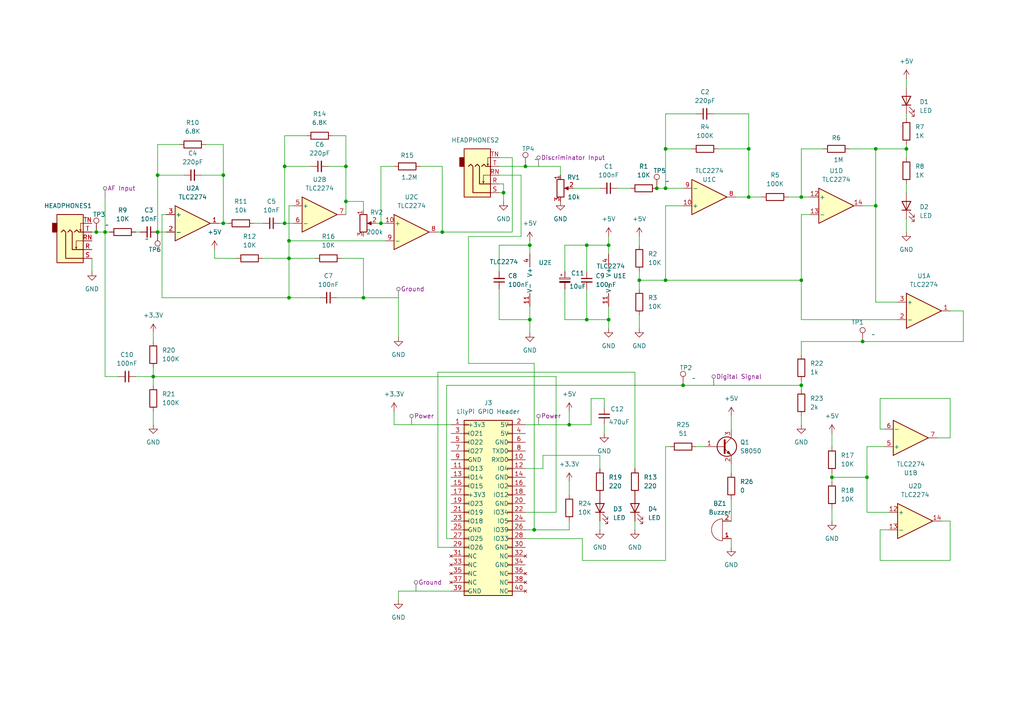
<source format=kicad_sch>
(kicad_sch (version 20250114) (generator "eeschema") (generator_version "9.0")
  (paper "A4")
  (title_block (title "SarsatJRX signal board") (date "2025-05-23") (rev "v1.0") (company "F4JRX - ADRASEC 31") (comment 1 "Based on the work of Jean-Paul YONNET (F1LVT) : https://f1lvt.com/") (comment 2 "SIgnal board for SarsatJRX decoder by F4JRX"))
  (lib_symbols
    (symbol "Amplifier_Operational:TLC2274" (pin_names (offset 0.127))
      (property "Reference" "U" (at 0 5.08 0))
      (property "Value" "TLC2274" (at 0 -5.08 0))
      (symbol "TLC2274_1_1"
        (polyline (pts (xy -5.08 5.08) (xy 5.08 0) (xy -5.08 -5.08) (xy -5.08 5.08)) (stroke (width 0.254)) (fill (type background)))
        (pin input line (at -7.62 2.54 0) (length 2.54) (name "+") (number "3"))
        (pin input line (at -7.62 -2.54 0) (length 2.54) (name "-") (number "2"))
        (pin output line (at 7.62 0 180) (length 2.54) (name "~") (number "1"))
      )
      (symbol "TLC2274_2_1"
        (polyline (pts (xy -5.08 5.08) (xy 5.08 0) (xy -5.08 -5.08) (xy -5.08 5.08)) (stroke (width 0.254)) (fill (type background)))
        (pin input line (at -7.62 2.54 0) (length 2.54) (name "+") (number "5"))
        (pin input line (at -7.62 -2.54 0) (length 2.54) (name "-") (number "6"))
        (pin output line (at 7.62 0 180) (length 2.54) (name "~") (number "7"))
      )
      (symbol "TLC2274_3_1"
        (polyline (pts (xy -5.08 5.08) (xy 5.08 0) (xy -5.08 -5.08) (xy -5.08 5.08)) (stroke (width 0.254)) (fill (type background)))
        (pin input line (at -7.62 2.54 0) (length 2.54) (name "+") (number "10"))
        (pin input line (at -7.62 -2.54 0) (length 2.54) (name "-") (number "9"))
        (pin output line (at 7.62 0 180) (length 2.54) (name "~") (number "8"))
      )
      (symbol "TLC2274_4_1"
        (polyline (pts (xy -5.08 5.08) (xy 5.08 0) (xy -5.08 -5.08) (xy -5.08 5.08)) (stroke (width 0.254)) (fill (type background)))
        (pin input line (at -7.62 2.54 0) (length 2.54) (name "+") (number "12"))
        (pin input line (at -7.62 -2.54 0) (length 2.54) (name "-") (number "13"))
        (pin output line (at 7.62 0 180) (length 2.54) (name "~") (number "14"))
      )
      (symbol "TLC2274_5_1"
        (pin power_in line (at -2.54 7.62 270) (length 3.81) (name "V+") (number "4"))
        (pin power_in line (at -2.54 -7.62 90) (length 3.81) (name "V-") (number "11"))
      )
    )
    (symbol "Connector:AudioJack3_SwitchTR"
      (property "Reference" "J" (at 0 8.89 0))
      (property "Value" "AudioJack3_SwitchTR" (at 0 6.35 0))
      (symbol "AudioJack3_SwitchTR_0_1"
        (rectangle (start -5.08 -5.08) (end -6.35 -7.62) (stroke (width 0.254)) (fill (type outline)))
        (polyline (pts (xy -1.905 -5.08) (xy -1.27 -5.715) (xy -0.635 -5.08) (xy -0.635 0) (xy 2.54 0)) (stroke (width 0.254)))
        (polyline (pts (xy 0 -5.08) (xy 0.635 -5.715) (xy 1.27 -5.08) (xy 2.54 -5.08)) (stroke (width 0.254)))
        (polyline (pts (xy 0.508 -0.254) (xy 0.762 -0.762)))
        (polyline (pts (xy 1.778 -5.334) (xy 2.032 -5.842)))
        (rectangle (start 2.54 3.81) (end -5.08 -10.16) (stroke (width 0.254)) (fill (type background)))
        (polyline (pts (xy 2.54 2.54) (xy -2.54 2.54) (xy -2.54 -5.08) (xy -3.175 -5.715) (xy -3.81 -5.08)) (stroke (width 0.254)))
        (polyline (pts (xy 2.54 -2.54) (xy 0.508 -2.54) (xy 0.508 -0.254) (xy 0.254 -0.762)))
        (polyline (pts (xy 2.54 -7.62) (xy 1.778 -7.62) (xy 1.778 -5.334) (xy 1.524 -5.842)))
      )
      (symbol "AudioJack3_SwitchTR_1_1"
        (pin passive line (at 5.08 2.54 180) (length 2.54) (name "~") (number "S"))
        (pin passive line (at 5.08 0 180) (length 2.54) (name "~") (number "R"))
        (pin passive line (at 5.08 -2.54 180) (length 2.54) (name "~") (number "RN"))
        (pin passive line (at 5.08 -5.08 180) (length 2.54) (name "~") (number "T"))
        (pin passive line (at 5.08 -7.62 180) (length 2.54) (name "~") (number "TN"))
      )
    )
    (symbol "Connector:TestPoint" (pin_numbers (hide yes)) (pin_names (offset 0.762) (hide yes))
      (property "Reference" "TP" (at 0 6.858 0))
      (property "Value" "TestPoint" (at 0 5.08 0))
      (symbol "TestPoint_0_1"
        (circle (center 0 3.302) (radius 0.762))
      )
      (symbol "TestPoint_1_1"
        (pin passive line (at 0 0 90) (length 2.54) (name "1") (number "1"))
      )
    )
    (symbol "Device:Buzzer" (pin_names (offset 0.0254) (hide yes))
      (property "Reference" "BZ" (at 3.81 1.27 0))
      (property "Value" "Buzzer" (at 3.81 -1.27 0))
      (symbol "Buzzer_0_1"
        (polyline (pts (xy -1.651 1.905) (xy -1.143 1.905)))
        (polyline (pts (xy -1.397 2.159) (xy -1.397 1.651)))
        (arc (start 0 3.175) (mid 3.1612 0) (end 0 -3.175))
        (polyline (pts (xy 0 3.175) (xy 0 -3.175)))
      )
      (symbol "Buzzer_1_1"
        (pin passive line (at -2.54 2.54 0) (length 2.54) (name "+") (number "1"))
        (pin passive line (at -2.54 -2.54 0) (length 2.54) (name "-") (number "2"))
      )
    )
    (symbol "Device:C_Polarized_Small" (pin_numbers (hide yes)) (pin_names (offset 0.254) (hide yes))
      (property "Reference" "C" (at 0.254 1.778 0))
      (property "Value" "C_Polarized_Small" (at 0.254 -2.032 0))
      (symbol "C_Polarized_Small_0_1"
        (rectangle (start -1.524 0.6858) (end 1.524 0.3048))
        (rectangle (start -1.524 -0.3048) (end 1.524 -0.6858) (fill (type outline)))
        (polyline (pts (xy -1.27 1.524) (xy -0.762 1.524)))
        (polyline (pts (xy -1.016 1.27) (xy -1.016 1.778)))
      )
      (symbol "C_Polarized_Small_1_1"
        (pin passive line (at 0 2.54 270) (length 1.8542) (name "~") (number "1"))
        (pin passive line (at 0 -2.54 90) (length 1.8542) (name "~") (number "2"))
      )
    )
    (symbol "Device:C_Small" (pin_numbers (hide yes)) (pin_names (offset 0.254) (hide yes))
      (property "Reference" "C" (at 0.254 1.778 0))
      (property "Value" "C_Small" (at 0.254 -2.032 0))
      (symbol "C_Small_0_1"
        (polyline (pts (xy -1.524 0.508) (xy 1.524 0.508)) (stroke (width 0.3048)))
        (polyline (pts (xy -1.524 -0.508) (xy 1.524 -0.508)) (stroke (width 0.3302)))
      )
      (symbol "C_Small_1_1"
        (pin passive line (at 0 2.54 270) (length 2.032) (name "~") (number "1"))
        (pin passive line (at 0 -2.54 90) (length 2.032) (name "~") (number "2"))
      )
    )
    (symbol "Device:LED" (pin_numbers (hide yes)) (pin_names (offset 1.016) (hide yes))
      (property "Reference" "D" (at 0 2.54 0))
      (property "Value" "LED" (at 0 -2.54 0))
      (symbol "LED_0_1"
        (polyline (pts (xy -3.048 -0.762) (xy -4.572 -2.286) (xy -3.81 -2.286) (xy -4.572 -2.286) (xy -4.572 -1.524)))
        (polyline (pts (xy -1.778 -0.762) (xy -3.302 -2.286) (xy -2.54 -2.286) (xy -3.302 -2.286) (xy -3.302 -1.524)))
        (polyline (pts (xy -1.27 0) (xy 1.27 0)))
        (polyline (pts (xy -1.27 -1.27) (xy -1.27 1.27)) (stroke (width 0.254)))
        (polyline (pts (xy 1.27 -1.27) (xy 1.27 1.27) (xy -1.27 0) (xy 1.27 -1.27)) (stroke (width 0.254)))
      )
      (symbol "LED_1_1"
        (pin passive line (at -3.81 0 0) (length 2.54) (name "K") (number "1"))
        (pin passive line (at 3.81 0 180) (length 2.54) (name "A") (number "2"))
      )
    )
    (symbol "Device:R" (pin_numbers (hide yes)) (pin_names (offset 0))
      (property "Reference" "R" (at 2.032 0 90))
      (property "Value" "R" (at 0 0 90))
      (symbol "R_0_1"
        (rectangle (start -1.016 -2.54) (end 1.016 2.54) (stroke (width 0.254)))
      )
      (symbol "R_1_1"
        (pin passive line (at 0 3.81 270) (length 1.27) (name "~") (number "1"))
        (pin passive line (at 0 -3.81 90) (length 1.27) (name "~") (number "2"))
      )
    )
    (symbol "Device:R_Potentiometer" (pin_names (offset 1.016) (hide yes))
      (property "Reference" "RV" (at -4.445 0 90))
      (property "Value" "R_Potentiometer" (at -2.54 0 90))
      (symbol "R_Potentiometer_0_1"
        (rectangle (start 1.016 2.54) (end -1.016 -2.54) (stroke (width 0.254)))
        (polyline (pts (xy 1.143 0) (xy 2.286 0.508) (xy 2.286 -0.508) (xy 1.143 0)) (fill (type outline)))
        (polyline (pts (xy 2.54 0) (xy 1.524 0)))
      )
      (symbol "R_Potentiometer_1_1"
        (pin passive line (at 0 3.81 270) (length 1.27) (name "1") (number "1"))
        (pin passive line (at 0 -3.81 90) (length 1.27) (name "3") (number "3"))
        (pin passive line (at 3.81 0 180) (length 1.27) (name "2") (number "2"))
      )
    )
    (symbol "LilyPiGpioHeader:LilyPi_GPIO_Header" (pin_names (offset 1.016))
      (property "Reference" "J" (at 1.27 25.4 0))
      (property "Value" "LilyPi GPIO Header" (at 5.08 -27.94 0))
      (symbol "LilyPi_GPIO_Header_1_1"
        (rectangle (start -1.27 24.13) (end 12.7 -26.67) (stroke (width 0.254)) (fill (type background)))
        (rectangle (start -1.27 22.987) (end 0 22.733) (stroke (width 0.1524)))
        (rectangle (start -1.27 20.447) (end 0 20.193) (stroke (width 0.1524)))
        (rectangle (start -1.27 17.907) (end 0 17.653) (stroke (width 0.1524)))
        (rectangle (start -1.27 15.367) (end 0 15.113) (stroke (width 0.1524)))
        (rectangle (start -1.27 12.827) (end 0 12.573) (stroke (width 0.1524)))
        (rectangle (start -1.27 10.287) (end 0 10.033) (stroke (width 0.1524)))
        (rectangle (start -1.27 7.747) (end 0 7.493) (stroke (width 0.1524)))
        (rectangle (start -1.27 5.207) (end 0 4.953) (stroke (width 0.1524)))
        (rectangle (start -1.27 2.667) (end 0 2.413) (stroke (width 0.1524)))
        (rectangle (start -1.27 0.127) (end 0 -0.127) (stroke (width 0.1524)))
        (rectangle (start -1.27 -2.413) (end 0 -2.667) (stroke (width 0.1524)))
        (rectangle (start -1.27 -4.953) (end 0 -5.207) (stroke (width 0.1524)))
        (rectangle (start -1.27 -7.493) (end 0 -7.747) (stroke (width 0.1524)))
        (rectangle (start -1.27 -10.033) (end 0 -10.287) (stroke (width 0.1524)))
        (rectangle (start -1.27 -12.573) (end 0 -12.827) (stroke (width 0.1524)))
        (rectangle (start -1.27 -15.113) (end 0 -15.367) (stroke (width 0.1524)))
        (rectangle (start -1.27 -17.653) (end 0 -17.907) (stroke (width 0.1524)))
        (rectangle (start -1.27 -20.193) (end 0 -20.447) (stroke (width 0.1524)))
        (rectangle (start -1.27 -22.733) (end 0 -22.987) (stroke (width 0.1524)))
        (rectangle (start -1.27 -25.273) (end 0 -25.527) (stroke (width 0.1524)))
        (rectangle (start 12.7 22.987) (end 11.43 22.733) (stroke (width 0.1524)))
        (rectangle (start 12.7 20.447) (end 11.43 20.193) (stroke (width 0.1524)))
        (rectangle (start 12.7 17.907) (end 11.43 17.653) (stroke (width 0.1524)))
        (rectangle (start 12.7 15.367) (end 11.43 15.113) (stroke (width 0.1524)))
        (rectangle (start 12.7 12.827) (end 11.43 12.573) (stroke (width 0.1524)))
        (rectangle (start 12.7 10.287) (end 11.43 10.033) (stroke (width 0.1524)))
        (rectangle (start 12.7 7.747) (end 11.43 7.493) (stroke (width 0.1524)))
        (rectangle (start 12.7 5.207) (end 11.43 4.953) (stroke (width 0.1524)))
        (rectangle (start 12.7 2.667) (end 11.43 2.413) (stroke (width 0.1524)))
        (rectangle (start 12.7 0.127) (end 11.43 -0.127) (stroke (width 0.1524)))
        (rectangle (start 12.7 -2.413) (end 11.43 -2.667) (stroke (width 0.1524)))
        (rectangle (start 12.7 -4.953) (end 11.43 -5.207) (stroke (width 0.1524)))
        (rectangle (start 12.7 -7.493) (end 11.43 -7.747) (stroke (width 0.1524)))
        (rectangle (start 12.7 -10.033) (end 11.43 -10.287) (stroke (width 0.1524)))
        (rectangle (start 12.7 -12.573) (end 11.43 -12.827) (stroke (width 0.1524)))
        (rectangle (start 12.7 -15.113) (end 11.43 -15.367) (stroke (width 0.1524)))
        (rectangle (start 12.7 -17.653) (end 11.43 -17.907) (stroke (width 0.1524)))
        (rectangle (start 12.7 -20.193) (end 11.43 -20.447) (stroke (width 0.1524)))
        (rectangle (start 12.7 -22.733) (end 11.43 -22.987) (stroke (width 0.1524)))
        (rectangle (start 12.7 -25.273) (end 11.43 -25.527) (stroke (width 0.1524)))
        (pin power_out line (at -5.08 22.86 0) (length 3.81) (name "+3v3") (number "1"))
        (pin bidirectional line (at -5.08 20.32 0) (length 3.81) (name "IO21") (number "3"))
        (pin bidirectional line (at -5.08 17.78 0) (length 3.81) (name "IO22") (number "5"))
        (pin bidirectional line (at -5.08 15.24 0) (length 3.81) (name "IO27") (number "7"))
        (pin passive line (at -5.08 12.7 0) (length 3.81) (name "GND") (number "9"))
        (pin bidirectional line (at -5.08 10.16 0) (length 3.81) (name "IO13") (number "11"))
        (pin bidirectional line (at -5.08 7.62 0) (length 3.81) (name "IO14") (number "13"))
        (pin bidirectional line (at -5.08 5.08 0) (length 3.81) (name "IO15") (number "15"))
        (pin power_out line (at -5.08 2.54 0) (length 3.81) (name "+3V3") (number "17"))
        (pin bidirectional line (at -5.08 0 0) (length 3.81) (name "IO23") (number "19"))
        (pin bidirectional line (at -5.08 -2.54 0) (length 3.81) (name "IO19") (number "21"))
        (pin bidirectional line (at -5.08 -5.08 0) (length 3.81) (name "IO18") (number "23"))
        (pin passive line (at -5.08 -7.62 0) (length 3.81) (name "GND") (number "25"))
        (pin bidirectional line (at -5.08 -10.16 0) (length 3.81) (name "IO25") (number "27"))
        (pin bidirectional line (at -5.08 -12.7 0) (length 3.81) (name "IO26") (number "29"))
        (pin no_connect line (at -5.08 -15.24 0) (length 3.81) (name "NC") (number "31"))
        (pin no_connect line (at -5.08 -17.78 0) (length 3.81) (name "NC") (number "33"))
        (pin no_connect line (at -5.08 -20.32 0) (length 3.81) (name "NC") (number "35"))
        (pin no_connect line (at -5.08 -22.86 0) (length 3.81) (name "NC") (number "37"))
        (pin passive line (at -5.08 -25.4 0) (length 3.81) (name "GND") (number "39"))
        (pin power_out line (at 16.51 22.86 180) (length 3.81) (name "5V") (number "2"))
        (pin power_out line (at 16.51 20.32 180) (length 3.81) (name "5V") (number "4"))
        (pin passive line (at 16.51 17.78 180) (length 3.81) (name "GND") (number "6"))
        (pin bidirectional line (at 16.51 15.24 180) (length 3.81) (name "TXD0") (number "8"))
        (pin bidirectional line (at 16.51 12.7 180) (length 3.81) (name "RXD0") (number "10"))
        (pin bidirectional line (at 16.51 10.16 180) (length 3.81) (name "IO4") (number "12"))
        (pin passive line (at 16.51 7.62 180) (length 3.81) (name "GND") (number "14"))
        (pin bidirectional line (at 16.51 5.08 180) (length 3.81) (name "IO2") (number "16"))
        (pin bidirectional line (at 16.51 2.54 180) (length 3.81) (name "IO12") (number "18"))
        (pin passive line (at 16.51 0 180) (length 3.81) (name "GND") (number "20"))
        (pin bidirectional line (at 16.51 -2.54 180) (length 3.81) (name "IO34") (number "22"))
        (pin bidirectional line (at 16.51 -5.08 180) (length 3.81) (name "IO5") (number "24"))
        (pin bidirectional line (at 16.51 -7.62 180) (length 3.81) (name "IO39") (number "26"))
        (pin bidirectional line (at 16.51 -10.16 180) (length 3.81) (name "IO33") (number "28"))
        (pin passive line (at 16.51 -12.7 180) (length 3.81) (name "GND") (number "30"))
        (pin no_connect line (at 16.51 -15.24 180) (length 3.81) (name "NC") (number "32"))
        (pin passive line (at 16.51 -17.78 180) (length 3.81) (name "GND") (number "34"))
        (pin no_connect line (at 16.51 -20.32 180) (length 3.81) (name "NC") (number "36"))
        (pin no_connect line (at 16.51 -22.86 180) (length 3.81) (name "NC") (number "38"))
        (pin no_connect line (at 16.51 -25.4 180) (length 3.81) (name "NC") (number "40"))
      )
    )
    (symbol "Transistor_BJT:S8050" (pin_names (offset 0) (hide yes))
      (property "Reference" "Q1" (at 5.08 1.2701 0))
      (property "Value" "S8050" (at 5.08 -1.2699 0))
      (symbol "S8050_0_1"
        (polyline (pts (xy -2.54 0) (xy 0.635 0)))
        (polyline (pts (xy 0.635 1.905) (xy 0.635 -1.905)) (stroke (width 0.508)))
        (circle (center 1.27 0) (radius 2.8194) (stroke (width 0.254)))
      )
      (symbol "S8050_1_1"
        (polyline (pts (xy 0.635 0.635) (xy 2.54 2.54)))
        (polyline (pts (xy 0.635 -0.635) (xy 2.54 -2.54)))
        (polyline (pts (xy 1.27 -1.778) (xy 1.778 -1.27) (xy 2.286 -2.286) (xy 1.27 -1.778)) (fill (type outline)))
        (pin input line (at -5.08 0 0) (length 2.54) (name "B") (number "1"))
        (pin passive line (at 2.54 5.08 270) (length 2.54) (name "C") (number "3"))
        (pin passive line (at 2.54 -5.08 90) (length 2.54) (name "E") (number "2"))
      )
    )
    (symbol "power:+3.3V" (power) (pin_numbers (hide yes)) (pin_names (offset 0) (hide yes))
      (property "Value" "+3.3V" (at 0 3.556 0))
      (symbol "+3.3V_0_1"
        (polyline (pts (xy -0.762 1.27) (xy 0 2.54)))
        (polyline (pts (xy 0 2.54) (xy 0.762 1.27)))
        (polyline (pts (xy 0 0) (xy 0 2.54)))
      )
      (symbol "+3.3V_1_1"
        (pin power_in line (at 0 0 90) (length 0) (name "~") (number "1"))
      )
    )
    (symbol "power:+5V" (power) (pin_names (offset 0))
      (property "Value" "+5V" (at 0 3.556 0))
      (symbol "+5V_0_1"
        (polyline (pts (xy -0.762 1.27) (xy 0 2.54)))
        (polyline (pts (xy 0 2.54) (xy 0.762 1.27)))
        (polyline (pts (xy 0 0) (xy 0 2.54)))
      )
      (symbol "+5V_1_1"
        (pin power_in line (at 0 0 90) (length 0) (hide yes) (name "+5V") (number "1"))
      )
    )
    (symbol "power:GND" (power) (pin_names (offset 0))
      (property "Value" "GND" (at 0 -3.81 0))
      (symbol "GND_0_1"
        (polyline (pts (xy 0 0) (xy 0 -1.27) (xy 1.27 -1.27) (xy 0 -2.54) (xy -1.27 -1.27) (xy 0 -1.27)))
      )
      (symbol "GND_1_1"
        (pin power_in line (at 0 0 270) (length 0) (hide yes) (name "GND") (number "1"))
      )
    )
  )
  (junction (at 153.67 71.12))
  (junction (at 262.89 43.18))
  (junction (at 154.94 153.67))
  (junction (at 232.41 81.28))
  (junction (at 190.5 54.61))
  (junction (at 251.46 138.43))
  (junction (at 27.94 67.31))
  (junction (at 30.48 67.31))
  (junction (at 165.1 123.19))
  (junction (at 176.53 71.12))
  (junction (at 105.41 86.36))
  (junction (at 83.82 74.93))
  (junction (at 100.33 48.26))
  (junction (at 45.72 50.8))
  (junction (at 241.3 138.43))
  (junction (at 217.17 43.18))
  (junction (at 232.41 57.15))
  (junction (at 185.42 81.28))
  (junction (at 193.04 54.61))
  (junction (at 170.18 92.71))
  (junction (at 198.12 111.76))
  (junction (at 45.72 67.31))
  (junction (at 176.53 92.71))
  (junction (at 193.04 43.18))
  (junction (at 64.77 50.8))
  (junction (at 128.27 67.31))
  (junction (at 64.77 64.77))
  (junction (at 82.55 48.26))
  (junction (at 100.33 58.42))
  (junction (at 146.05 55.88))
  (junction (at 193.04 81.28))
  (junction (at 254 59.69))
  (junction (at 250.19 99.06))
  (junction (at 83.82 69.85))
  (junction (at 83.82 86.36))
  (junction (at 82.55 64.77))
  (junction (at 44.45 109.22))
  (junction (at 110.49 64.77))
  (junction (at 217.17 57.15))
  (junction (at 170.18 71.12))
  (junction (at 232.41 111.76))
  (junction (at 153.67 92.71))
  (junction (at 152.4 48.26))
  (junction (at 254 43.18))
  (wire (pts (xy 212.09 134.62) (xy 212.09 137.16)))
  (wire (pts (xy 82.55 48.26) (xy 82.55 64.77)))
  (wire (pts (xy 232.41 110.49) (xy 232.41 111.76)))
  (wire (pts (xy 44.45 96.52) (xy 44.45 99.06)))
  (wire (pts (xy 254 59.69) (xy 254 43.18)))
  (wire (pts (xy 193.04 59.69) (xy 198.12 59.69)))
  (wire (pts (xy 58.42 50.8) (xy 64.77 50.8)))
  (wire (pts (xy 165.1 123.19) (xy 171.45 123.19)))
  (wire (pts (xy 62.23 72.39) (xy 62.23 74.93)))
  (wire (pts (xy 105.41 74.93) (xy 105.41 86.36)))
  (wire (pts (xy 171.45 115.57) (xy 175.26 115.57)))
  (wire (pts (xy 175.26 123.19) (xy 175.26 125.73)))
  (wire (pts (xy 254 43.18) (xy 262.89 43.18)))
  (wire (pts (xy 151.13 68.58) (xy 135.89 68.58)))
  (wire (pts (xy 105.41 86.36) (xy 115.57 86.36)))
  (wire (pts (xy 217.17 57.15) (xy 213.36 57.15)))
  (wire (pts (xy 163.83 83.82) (xy 163.83 92.71)))
  (wire (pts (xy 44.45 109.22) (xy 161.29 109.22)))
  (wire (pts (xy 152.4 156.21) (xy 168.91 156.21)))
  (wire (pts (xy 193.04 162.56) (xy 193.04 129.54)))
  (wire (pts (xy 173.99 151.13) (xy 173.99 153.67)))
  (wire (pts (xy 157.48 132.08) (xy 173.99 132.08)))
  (wire (pts (xy 262.89 43.18) (xy 262.89 41.91)))
  (wire (pts (xy 165.1 151.13) (xy 165.1 153.67)))
  (wire (pts (xy 262.89 63.5) (xy 262.89 67.31)))
  (wire (pts (xy 27.94 67.31) (xy 30.48 67.31)))
  (wire (pts (xy 114.3 119.38) (xy 114.3 123.19)))
  (wire (pts (xy 255.27 115.57) (xy 255.27 124.46)))
  (wire (pts (xy 81.28 64.77) (xy 82.55 64.77)))
  (wire (pts (xy 251.46 148.59) (xy 257.81 148.59)))
  (wire (pts (xy 170.18 71.12) (xy 176.53 71.12)))
  (wire (pts (xy 152.4 135.89) (xy 157.48 135.89)))
  (wire (pts (xy 279.4 90.17) (xy 275.59 90.17)))
  (wire (pts (xy 144.78 48.26) (xy 152.4 48.26)))
  (wire (pts (xy 127 158.75) (xy 130.81 158.75)))
  (wire (pts (xy 170.18 92.71) (xy 176.53 92.71)))
  (wire (pts (xy 53.34 50.8) (xy 45.72 50.8)))
  (wire (pts (xy 97.79 86.36) (xy 105.41 86.36)))
  (wire (pts (xy 212.09 144.78) (xy 212.09 151.13)))
  (wire (pts (xy 100.33 48.26) (xy 100.33 58.42)))
  (wire (pts (xy 82.55 64.77) (xy 85.09 64.77)))
  (wire (pts (xy 176.53 71.12) (xy 176.53 73.66)))
  (wire (pts (xy 241.3 147.32) (xy 241.3 151.13)))
  (wire (pts (xy 193.04 43.18) (xy 200.66 43.18)))
  (wire (pts (xy 64.77 41.91) (xy 64.77 50.8)))
  (wire (pts (xy 201.93 129.54) (xy 204.47 129.54)))
  (wire (pts (xy 275.59 162.56) (xy 275.59 151.13)))
  (wire (pts (xy 255.27 153.67) (xy 255.27 162.56)))
  (wire (pts (xy 228.6 57.15) (xy 232.41 57.15)))
  (wire (pts (xy 217.17 57.15) (xy 220.98 57.15)))
  (wire (pts (xy 162.56 48.26) (xy 162.56 50.8)))
  (wire (pts (xy 154.94 153.67) (xy 152.4 153.67)))
  (wire (pts (xy 262.89 43.18) (xy 262.89 45.72)))
  (wire (pts (xy 193.04 129.54) (xy 194.31 129.54)))
  (wire (pts (xy 45.72 41.91) (xy 45.72 50.8)))
  (wire (pts (xy 212.09 156.21) (xy 212.09 158.75)))
  (wire (pts (xy 121.92 48.26) (xy 128.27 48.26)))
  (wire (pts (xy 151.13 50.8) (xy 151.13 68.58)))
  (wire (pts (xy 254 87.63) (xy 260.35 87.63)))
  (wire (pts (xy 251.46 129.54) (xy 251.46 138.43)))
  (wire (pts (xy 232.41 81.28) (xy 232.41 62.23)))
  (wire (pts (xy 212.09 120.65) (xy 212.09 124.46)))
  (wire (pts (xy 165.1 139.7) (xy 165.1 143.51)))
  (wire (pts (xy 170.18 83.82) (xy 170.18 92.71)))
  (wire (pts (xy 232.41 62.23) (xy 234.95 62.23)))
  (wire (pts (xy 251.46 138.43) (xy 251.46 148.59)))
  (wire (pts (xy 168.91 162.56) (xy 193.04 162.56)))
  (wire (pts (xy 111.76 64.77) (xy 110.49 64.77)))
  (wire (pts (xy 275.59 151.13) (xy 273.05 151.13)))
  (wire (pts (xy 144.78 53.34) (xy 146.05 53.34)))
  (wire (pts (xy 157.48 135.89) (xy 157.48 132.08)))
  (wire (pts (xy 154.94 105.41) (xy 154.94 153.67)))
  (wire (pts (xy 39.37 109.22) (xy 44.45 109.22)))
  (wire (pts (xy 95.25 48.26) (xy 100.33 48.26)))
  (wire (pts (xy 115.57 171.45) (xy 130.81 171.45)))
  (wire (pts (xy 64.77 50.8) (xy 64.77 64.77)))
  (wire (pts (xy 153.67 92.71) (xy 153.67 96.52)))
  (wire (pts (xy 176.53 92.71) (xy 176.53 95.25)))
  (wire (pts (xy 153.67 71.12) (xy 153.67 73.66)))
  (wire (pts (xy 105.41 58.42) (xy 105.41 60.96)))
  (wire (pts (xy 129.54 111.76) (xy 198.12 111.76)))
  (wire (pts (xy 146.05 55.88) (xy 146.05 58.42)))
  (wire (pts (xy 83.82 74.93) (xy 91.44 74.93)))
  (wire (pts (xy 279.4 90.17) (xy 279.4 99.06)))
  (wire (pts (xy 217.17 33.02) (xy 217.17 43.18)))
  (wire (pts (xy 193.04 54.61) (xy 193.04 43.18)))
  (wire (pts (xy 82.55 39.37) (xy 82.55 48.26)))
  (wire (pts (xy 83.82 59.69) (xy 83.82 69.85)))
  (wire (pts (xy 175.26 115.57) (xy 175.26 118.11)))
  (wire (pts (xy 255.27 124.46) (xy 256.54 124.46)))
  (wire (pts (xy 127 107.95) (xy 184.15 107.95)))
  (wire (pts (xy 83.82 69.85) (xy 83.82 74.93)))
  (wire (pts (xy 170.18 71.12) (xy 170.18 78.74)))
  (wire (pts (xy 163.83 78.74) (xy 163.83 71.12)))
  (wire (pts (xy 190.5 54.61) (xy 193.04 54.61)))
  (wire (pts (xy 275.59 115.57) (xy 275.59 127)))
  (wire (pts (xy 144.78 45.72) (xy 148.59 45.72)))
  (wire (pts (xy 241.3 138.43) (xy 241.3 139.7)))
  (wire (pts (xy 176.53 88.9) (xy 176.53 92.71)))
  (wire (pts (xy 64.77 64.77) (xy 66.04 64.77)))
  (wire (pts (xy 114.3 48.26) (xy 110.49 48.26)))
  (wire (pts (xy 127 158.75) (xy 127 107.95)))
  (wire (pts (xy 144.78 71.12) (xy 144.78 78.74)))
  (wire (pts (xy 232.41 120.65) (xy 232.41 123.19)))
  (wire (pts (xy 232.41 99.06) (xy 250.19 99.06)))
  (wire (pts (xy 185.42 81.28) (xy 185.42 83.82)))
  (wire (pts (xy 100.33 58.42) (xy 100.33 62.23)))
  (wire (pts (xy 127 67.31) (xy 128.27 67.31)))
  (wire (pts (xy 185.42 91.44) (xy 185.42 95.25)))
  (wire (pts (xy 83.82 74.93) (xy 83.82 86.36)))
  (wire (pts (xy 275.59 127) (xy 271.78 127)))
  (wire (pts (xy 46.99 86.36) (xy 83.82 86.36)))
  (wire (pts (xy 128.27 67.31) (xy 148.59 67.31)))
  (wire (pts (xy 193.04 43.18) (xy 193.04 33.02)))
  (wire (pts (xy 135.89 68.58) (xy 135.89 105.41)))
  (wire (pts (xy 114.3 123.19) (xy 130.81 123.19)))
  (wire (pts (xy 153.67 69.85) (xy 153.67 71.12)))
  (wire (pts (xy 251.46 129.54) (xy 256.54 129.54)))
  (wire (pts (xy 88.9 39.37) (xy 82.55 39.37)))
  (wire (pts (xy 90.17 48.26) (xy 82.55 48.26)))
  (wire (pts (xy 193.04 81.28) (xy 232.41 81.28)))
  (wire (pts (xy 52.07 41.91) (xy 45.72 41.91)))
  (wire (pts (xy 241.3 137.16) (xy 241.3 138.43)))
  (wire (pts (xy 255.27 162.56) (xy 275.59 162.56)))
  (wire (pts (xy 208.28 43.18) (xy 217.17 43.18)))
  (wire (pts (xy 217.17 43.18) (xy 217.17 57.15)))
  (wire (pts (xy 184.15 107.95) (xy 184.15 135.89)))
  (wire (pts (xy 193.04 54.61) (xy 198.12 54.61)))
  (wire (pts (xy 115.57 86.36) (xy 115.57 97.79)))
  (wire (pts (xy 100.33 39.37) (xy 100.33 48.26)))
  (wire (pts (xy 262.89 33.02) (xy 262.89 34.29)))
  (wire (pts (xy 232.41 57.15) (xy 232.41 43.18)))
  (wire (pts (xy 135.89 105.41) (xy 154.94 105.41)))
  (wire (pts (xy 250.19 59.69) (xy 254 59.69)))
  (wire (pts (xy 179.07 54.61) (xy 182.88 54.61)))
  (wire (pts (xy 232.41 43.18) (xy 238.76 43.18)))
  (wire (pts (xy 161.29 148.59) (xy 152.4 148.59)))
  (wire (pts (xy 45.72 67.31) (xy 48.26 67.31)))
  (wire (pts (xy 193.04 33.02) (xy 201.93 33.02)))
  (wire (pts (xy 241.3 138.43) (xy 251.46 138.43)))
  (wire (pts (xy 99.06 74.93) (xy 105.41 74.93)))
  (wire (pts (xy 115.57 171.45) (xy 115.57 173.99)))
  (wire (pts (xy 30.48 67.31) (xy 30.48 109.22)))
  (wire (pts (xy 85.09 59.69) (xy 83.82 59.69)))
  (wire (pts (xy 30.48 57.15) (xy 30.48 67.31)))
  (wire (pts (xy 129.54 156.21) (xy 129.54 111.76)))
  (wire (pts (xy 146.05 55.88) (xy 144.78 55.88)))
  (wire (pts (xy 26.67 67.31) (xy 27.94 67.31)))
  (wire (pts (xy 30.48 67.31) (xy 31.75 67.31)))
  (wire (pts (xy 44.45 106.68) (xy 44.45 109.22)))
  (wire (pts (xy 168.91 156.21) (xy 168.91 162.56)))
  (wire (pts (xy 96.52 39.37) (xy 100.33 39.37)))
  (wire (pts (xy 30.48 109.22) (xy 34.29 109.22)))
  (wire (pts (xy 232.41 81.28) (xy 232.41 92.71)))
  (wire (pts (xy 185.42 68.58) (xy 185.42 71.12)))
  (wire (pts (xy 148.59 45.72) (xy 148.59 67.31)))
  (wire (pts (xy 171.45 123.19) (xy 171.45 115.57)))
  (wire (pts (xy 165.1 119.38) (xy 165.1 123.19)))
  (wire (pts (xy 161.29 109.22) (xy 161.29 148.59)))
  (wire (pts (xy 232.41 57.15) (xy 234.95 57.15)))
  (wire (pts (xy 185.42 78.74) (xy 185.42 81.28)))
  (wire (pts (xy 83.82 69.85) (xy 111.76 69.85)))
  (wire (pts (xy 26.67 74.93) (xy 26.67 78.74)))
  (wire (pts (xy 198.12 111.76) (xy 232.41 111.76)))
  (wire (pts (xy 59.69 41.91) (xy 64.77 41.91)))
  (wire (pts (xy 262.89 53.34) (xy 262.89 55.88)))
  (wire (pts (xy 110.49 48.26) (xy 110.49 64.77)))
  (wire (pts (xy 163.83 92.71) (xy 170.18 92.71)))
  (wire (pts (xy 232.41 92.71) (xy 260.35 92.71)))
  (wire (pts (xy 184.15 151.13) (xy 184.15 153.67)))
  (wire (pts (xy 232.41 102.87) (xy 232.41 99.06)))
  (wire (pts (xy 232.41 111.76) (xy 232.41 113.03)))
  (wire (pts (xy 45.72 50.8) (xy 45.72 67.31)))
  (wire (pts (xy 153.67 88.9) (xy 153.67 92.71)))
  (wire (pts (xy 39.37 67.31) (xy 40.64 67.31)))
  (wire (pts (xy 152.4 123.19) (xy 165.1 123.19)))
  (wire (pts (xy 62.23 74.93) (xy 68.58 74.93)))
  (wire (pts (xy 255.27 153.67) (xy 257.81 153.67)))
  (wire (pts (xy 146.05 53.34) (xy 146.05 55.88)))
  (wire (pts (xy 144.78 83.82) (xy 144.78 92.71)))
  (wire (pts (xy 128.27 48.26) (xy 128.27 67.31)))
  (wire (pts (xy 262.89 22.86) (xy 262.89 25.4)))
  (wire (pts (xy 166.37 54.61) (xy 173.99 54.61)))
  (wire (pts (xy 76.2 74.93) (xy 83.82 74.93)))
  (wire (pts (xy 144.78 71.12) (xy 153.67 71.12)))
  (wire (pts (xy 250.19 99.06) (xy 279.4 99.06)))
  (wire (pts (xy 193.04 81.28) (xy 193.04 59.69)))
  (wire (pts (xy 44.45 119.38) (xy 44.45 123.19)))
  (wire (pts (xy 129.54 156.21) (xy 130.81 156.21)))
  (wire (pts (xy 173.99 132.08) (xy 173.99 135.89)))
  (wire (pts (xy 152.4 48.26) (xy 162.56 48.26)))
  (wire (pts (xy 185.42 81.28) (xy 193.04 81.28)))
  (wire (pts (xy 46.99 62.23) (xy 46.99 86.36)))
  (wire (pts (xy 63.5 64.77) (xy 64.77 64.77)))
  (wire (pts (xy 163.83 71.12) (xy 170.18 71.12)))
  (wire (pts (xy 254 59.69) (xy 254 87.63)))
  (wire (pts (xy 83.82 86.36) (xy 92.71 86.36)))
  (wire (pts (xy 144.78 50.8) (xy 151.13 50.8)))
  (wire (pts (xy 144.78 92.71) (xy 153.67 92.71)))
  (wire (pts (xy 48.26 62.23) (xy 46.99 62.23)))
  (wire (pts (xy 100.33 58.42) (xy 105.41 58.42)))
  (wire (pts (xy 110.49 64.77) (xy 109.22 64.77)))
  (wire (pts (xy 44.45 109.22) (xy 44.45 111.76)))
  (wire (pts (xy 207.01 33.02) (xy 217.17 33.02)))
  (wire (pts (xy 255.27 115.57) (xy 275.59 115.57)))
  (wire (pts (xy 176.53 68.58) (xy 176.53 71.12)))
  (wire (pts (xy 73.66 64.77) (xy 76.2 64.77)))
  (wire (pts (xy 241.3 125.73) (xy 241.3 129.54)))
  (wire (pts (xy 246.38 43.18) (xy 254 43.18)))
  (wire (pts (xy 154.94 153.67) (xy 165.1 153.67)))
  (netclass_flag "" (length 2.54) (shape round) (at 120.65 171.45 0) (property "Netclass" "Ground" (at 121.3485 168.91 0) (effects (justify left))))
  (netclass_flag "" (length 2.54) (shape round) (at 115.57 86.36 0) (property "Netclass" "Ground" (at 116.2685 83.82 0) (effects (justify left))))
  (netclass_flag "" (length 2.54) (shape round) (at 207.01 111.76 0) (property "Netclass" "Digital Signal" (at 207.7085 109.22 0) (effects (justify left))))
  (netclass_flag "" (length 2.54) (shape round) (at 119.38 123.19 0) (property "Netclass" "Power" (at 120.0785 120.65 0) (effects (justify left))))
  (netclass_flag "" (length 2.54) (shape round) (at 30.48 57.15 0) (property "Netclass" "AF Input" (at 31.1785 54.61 0) (effects (justify left))))
  (netclass_flag "" (length 2.54) (shape round) (at 156.21 123.19 0) (property "Netclass" "Power" (at 156.9085 120.65 0) (effects (justify left))))
  (netclass_flag "" (length 2.54) (shape round) (at 156.21 48.26 0) (property "Netclass" "Discriminator Input" (at 156.9085 45.72 0) (effects (justify left))))
  (symbol (lib_id "Device:C_Small") (at 175.26 120.65 0) (unit 1)
    (property "Reference" "C12" (at 177.038 118.618 0) (effects (justify left)))
    (property "Value" "470uF" (at 176.53 122.428 0) (effects (justify left)))
    (property "Footprint" "Capacitor_THT:CP_Radial_D8.0mm_P3.50mm" (effects (hide yes)))
  )
  (symbol (lib_id "power:GND") (at 115.57 173.99 0) (mirror y) (unit 1)
    (property "Reference" "#PWR019" (effects (hide yes)))
    (property "Value" "GND" (at 115.57 179.07 0))
  )
  (symbol (lib_id "Device:R") (at 165.1 147.32 0) (unit 1)
    (property "Reference" "R24" (at 167.64 146.05 0) (effects (justify left)))
    (property "Value" "10K" (at 167.64 148.59 0) (effects (justify left)))
    (property "Footprint" "Resistor_SMD:R_0603_1608Metric" (effects (hide yes)))
  )
  (symbol (lib_id "Amplifier_Operational:TLC2274") (at 92.71 62.23 0) (unit 2)
    (property "Reference" "U2" (at 92.71 52.07 0))
    (property "Value" "TLC2274" (at 92.71 54.61 0))
    (property "Footprint" "Package_SO:SOIC-14_3.9x8.7mm_P1.27mm" (effects (hide yes)))
    (property "Datasheet" "http://www.ti.com/lit/ds/symlink/tlc2274.pdf" (effects (hide yes)))
  )
  (symbol (lib_id "power:+5V") (at 185.42 68.58 0) (unit 1)
    (property "Reference" "#PWR04" (effects (hide yes)))
    (property "Value" "+5V" (at 185.42 63.5 0))
  )
  (symbol (lib_id "Amplifier_Operational:TLC2274") (at 264.16 127 0) (mirror x) (unit 2)
    (property "Reference" "U1" (at 264.16 137.16 0))
    (property "Value" "TLC2274" (at 264.16 134.62 0))
    (property "Footprint" "Package_SO:SOIC-14_3.9x8.7mm_P1.27mm" (effects (hide yes)))
    (property "Datasheet" "http://www.ti.com/lit/ds/symlink/tlc2274.pdf" (effects (hide yes)))
  )
  (symbol (lib_id "power:+3.3V") (at 114.3 119.38 0) (unit 1)
    (property "Reference" "#PWR015" (effects (hide yes)))
    (property "Value" "+3.3V" (at 114.3 114.3 0))
    (property "Description" "Power symbol creates a global label with name \"+3.3V\"" (effects (hide yes)))
  )
  (symbol (lib_id "Device:Buzzer") (at 209.55 153.67 180) (unit 1)
    (property "Reference" "BZ1" (at 208.7949 146.05 0))
    (property "Value" "Buzzer" (at 208.7949 148.59 0))
    (property "Footprint" "Buzzer:MagneticBuzzer_PUI_AT-0927-TT-6-R-side-horn" (effects (hide yes)))
    (property "Description" "Buzzer, polarized" (effects (hide yes)))
  )
  (symbol (lib_id "Device:R") (at 262.89 38.1 180) (unit 1)
    (property "Reference" "R7" (at 265.43 36.83 0) (effects (justify right)))
    (property "Value" "1K" (at 265.43 39.37 0) (effects (justify right)))
    (property "Footprint" "Resistor_SMD:R_0603_1608Metric" (effects (hide yes)))
  )
  (symbol (lib_id "Device:R") (at 55.88 41.91 90) (unit 1)
    (property "Reference" "R10" (at 55.88 35.56 90))
    (property "Value" "6.8K" (at 55.88 38.1 90))
    (property "Footprint" "Resistor_SMD:R_0603_1608Metric" (effects (hide yes)))
  )
  (symbol (lib_id "Amplifier_Operational:TLC2274") (at 55.88 64.77 0) (unit 1)
    (property "Reference" "U2" (at 55.88 54.61 0))
    (property "Value" "TLC2274" (at 55.88 57.15 0))
    (property "Footprint" "Package_SO:SOIC-14_3.9x8.7mm_P1.27mm" (effects (hide yes)))
    (property "Datasheet" "http://www.ti.com/lit/ds/symlink/tlc2274.pdf" (effects (hide yes)))
  )
  (symbol (lib_id "Amplifier_Operational:TLC2274") (at 179.07 81.28 0) (unit 5)
    (property "Reference" "U1" (at 177.8 80.01 0) (effects (justify left)))
    (property "Value" "TLC2274" (at 172.974 77.216 0) (effects (justify left)))
    (property "Footprint" "Package_SO:SOIC-14_3.9x8.7mm_P1.27mm" (effects (hide yes)))
    (property "Datasheet" "http://www.ti.com/lit/ds/symlink/tlc2274.pdf" (effects (hide yes)))
  )
  (symbol (lib_id "Device:R") (at 92.71 39.37 90) (unit 1)
    (property "Reference" "R14" (at 92.71 33.02 90))
    (property "Value" "6.8K" (at 92.71 35.56 90))
    (property "Footprint" "Resistor_SMD:R_0603_1608Metric" (effects (hide yes)))
  )
  (symbol (lib_id "power:+5V") (at 241.3 125.73 0) (unit 1)
    (property "Reference" "#PWR017" (effects (hide yes)))
    (property "Value" "+5V" (at 241.3 120.65 0))
  )
  (symbol (lib_id "Device:R") (at 69.85 64.77 90) (unit 1)
    (property "Reference" "R11" (at 69.85 58.42 90))
    (property "Value" "10k" (at 69.85 60.96 90))
    (property "Footprint" "Resistor_SMD:R_0603_1608Metric" (effects (hide yes)))
  )
  (symbol (lib_id "Device:R") (at 212.09 140.97 180) (unit 1)
    (property "Reference" "R26" (at 214.63 139.6999 0) (effects (justify right)))
    (property "Value" "0" (at 214.63 142.2399 0) (effects (justify right)))
    (property "Footprint" "Resistor_SMD:R_0603_1608Metric" (effects (hide yes)))
  )
  (symbol (lib_id "power:GND") (at 185.42 95.25 0) (mirror y) (unit 1)
    (property "Reference" "#PWR05" (effects (hide yes)))
    (property "Value" "GND" (at 185.42 100.33 0))
  )
  (symbol (lib_id "power:GND") (at 184.15 153.67 0) (mirror y) (unit 1)
    (property "Reference" "#PWR016" (effects (hide yes)))
    (property "Value" "GND" (at 184.15 158.75 0))
  )
  (symbol (lib_id "Device:R") (at 241.3 143.51 0) (unit 1)
    (property "Reference" "R18" (at 243.84 142.24 0) (effects (justify left)))
    (property "Value" "10K" (at 243.84 144.78 0) (effects (justify left)))
    (property "Footprint" "Resistor_SMD:R_0603_1608Metric" (effects (hide yes)))
  )
  (symbol (lib_id "Connector:TestPoint") (at 45.72 67.31 180) (unit 1)
    (property "Reference" "TP6" (at 46.736 72.39 0) (effects (justify left)))
    (property "Value" "~" (at 43.18 69.342 0) (effects (justify left)))
    (property "Footprint" "TestPoint:TestPoint_Pad_D1.0mm" (effects (hide yes)))
    (property "Description" "test point" (effects (hide yes)))
  )
  (symbol (lib_id "Device:C_Small") (at 36.83 109.22 270) (unit 1)
    (property "Reference" "C10" (at 36.8236 102.87 90))
    (property "Value" "100nF" (at 36.8236 105.41 90))
    (property "Footprint" "Capacitor_SMD:C_0603_1608Metric" (effects (hide yes)))
  )
  (symbol (lib_id "power:+5V") (at 262.89 22.86 0) (unit 1)
    (property "Reference" "#PWR06" (effects (hide yes)))
    (property "Value" "+5V" (at 262.89 17.78 0))
  )
  (symbol (lib_id "Device:R") (at 262.89 49.53 180) (unit 1)
    (property "Reference" "R8" (at 265.43 48.26 0) (effects (justify right)))
    (property "Value" "1K" (at 265.43 50.8 0) (effects (justify right)))
    (property "Footprint" "Resistor_SMD:R_0603_1608Metric" (effects (hide yes)))
  )
  (symbol (lib_id "power:GND") (at 176.53 95.25 0) (mirror y) (unit 1)
    (property "Reference" "#PWR03" (effects (hide yes)))
    (property "Value" "GND" (at 176.53 100.33 0))
  )
  (symbol (lib_id "Device:R") (at 118.11 48.26 90) (unit 1)
    (property "Reference" "R15" (at 118.11 45.085 90))
    (property "Value" "1.2M" (at 118.745 51.435 90))
    (property "Footprint" "Resistor_SMD:R_0603_1608Metric" (effects (hide yes)))
  )
  (symbol (lib_id "Connector:TestPoint") (at 152.4 48.26 0) (unit 1)
    (property "Reference" "TP4" (at 151.384 43.18 0) (effects (justify left)))
    (property "Value" "~" (at 154.94 46.228 0) (effects (justify left)))
    (property "Footprint" "TestPoint:TestPoint_Pad_D1.0mm" (effects (hide yes)))
    (property "Description" "test point" (effects (hide yes)))
  )
  (symbol (lib_id "Device:R") (at 241.3 133.35 180) (unit 1)
    (property "Reference" "R17" (at 243.84 132.08 0) (effects (justify right)))
    (property "Value" "10K" (at 243.84 134.62 0) (effects (justify right)))
    (property "Footprint" "Resistor_SMD:R_0603_1608Metric" (effects (hide yes)))
  )
  (symbol (lib_id "Device:R_Potentiometer") (at 105.41 64.77 0) (unit 1)
    (property "Reference" "RV2" (at 111.125 61.595 0) (effects (justify right)))
    (property "Value" "200k" (at 111.125 67.31 0) (effects (justify right)))
    (property "Footprint" "Potentiometer_THT:Potentiometer_Bourns_3296W_Vertical" (effects (hide yes)))
  )
  (symbol (lib_id "Device:R") (at 198.12 129.54 270) (unit 1)
    (property "Reference" "R25" (at 198.12 123.19 90))
    (property "Value" "51" (at 198.12 125.73 90))
    (property "Footprint" "Resistor_SMD:R_0603_1608Metric" (effects (hide yes)))
  )
  (symbol (lib_id "Device:R") (at 184.15 139.7 180) (unit 1)
    (property "Reference" "R13" (at 186.69 138.43 0) (effects (justify right)))
    (property "Value" "220" (at 186.69 140.97 0) (effects (justify right)))
    (property "Footprint" "Resistor_SMD:R_0603_1608Metric" (effects (hide yes)))
  )
  (symbol (lib_id "Device:LED") (at 184.15 147.32 90) (unit 1)
    (property "Reference" "D4" (at 187.96 147.6375 90) (effects (justify right)))
    (property "Value" "LED" (at 187.96 150.1775 90) (effects (justify right)))
    (property "Footprint" "LED_THT:LED_D5.0mm" (effects (hide yes)))
  )
  (symbol (lib_id "Device:R") (at 232.41 106.68 180) (unit 1)
    (property "Reference" "R22" (at 234.95 105.4099 0) (effects (justify right)))
    (property "Value" "1k" (at 234.95 107.9499 0) (effects (justify right)))
    (property "Footprint" "Resistor_SMD:R_0603_1608Metric" (effects (hide yes)))
  )
  (symbol (lib_id "power:+3.3V") (at 44.45 96.52 0) (unit 1)
    (property "Reference" "#PWR021" (effects (hide yes)))
    (property "Value" "+3.3V" (at 44.45 91.44 0))
    (property "Description" "Power symbol creates a global label with name \"+3.3V\"" (effects (hide yes)))
  )
  (symbol (lib_id "power:GND") (at 146.05 58.42 0) (mirror y) (unit 1)
    (property "Reference" "#PWR012" (effects (hide yes)))
    (property "Value" "GND" (at 146.05 63.5 0))
  )
  (symbol (lib_id "power:GND") (at 153.67 96.52 0) (mirror y) (unit 1)
    (property "Reference" "#PWR09" (effects (hide yes)))
    (property "Value" "GND" (at 153.67 101.6 0))
  )
  (symbol (lib_id "Amplifier_Operational:TLC2274") (at 119.38 67.31 0) (unit 3)
    (property "Reference" "U2" (at 119.38 57.15 0))
    (property "Value" "TLC2274" (at 119.38 59.69 0))
    (property "Footprint" "Package_SO:SOIC-14_3.9x8.7mm_P1.27mm" (effects (hide yes)))
    (property "Datasheet" "http://www.ti.com/lit/ds/symlink/tlc2274.pdf" (effects (hide yes)))
  )
  (symbol (lib_id "power:GND") (at 232.41 123.19 0) (mirror y) (unit 1)
    (property "Reference" "#PWR023" (effects (hide yes)))
    (property "Value" "GND" (at 232.41 128.27 0))
  )
  (symbol (lib_id "Connector:TestPoint") (at 27.94 67.31 0) (unit 1)
    (property "Reference" "TP3" (at 26.924 62.23 0) (effects (justify left)))
    (property "Value" "~" (at 30.48 65.278 0) (effects (justify left)))
    (property "Footprint" "TestPoint:TestPoint_Pad_D1.0mm" (effects (hide yes)))
    (property "Description" "test point" (effects (hide yes)))
  )
  (symbol (lib_id "Device:R") (at 232.41 116.84 180) (unit 1)
    (property "Reference" "R23" (at 234.95 115.5699 0) (effects (justify right)))
    (property "Value" "2k" (at 234.95 118.1099 0) (effects (justify right)))
    (property "Footprint" "Resistor_SMD:R_0603_1608Metric" (effects (hide yes)))
  )
  (symbol (lib_id "power:GND") (at 44.45 123.19 0) (mirror y) (unit 1)
    (property "Reference" "#PWR022" (effects (hide yes)))
    (property "Value" "GND" (at 44.45 128.27 0))
  )
  (symbol (lib_id "LilyPiGpioHeader:LilyPi_GPIO_Header") (at 135.89 146.05 0) (unit 1)
    (property "Reference" "J3" (at 141.605 116.84 0))
    (property "Value" "LilyPi GPIO Header" (at 141.605 119.38 0))
    (property "Footprint" "RPI_Hat:RPI_Hat_B+" (effects (hide yes)))
  )
  (symbol (lib_id "Connector:TestPoint") (at 190.5 54.61 0) (unit 1)
    (property "Reference" "TP5" (at 189.484 49.53 0) (effects (justify left)))
    (property "Value" "~" (at 193.04 52.578 0) (effects (justify left)))
    (property "Footprint" "TestPoint:TestPoint_Pad_D1.0mm" (effects (hide yes)))
    (property "Description" "test point" (effects (hide yes)))
  )
  (symbol (lib_id "power:GND") (at 173.99 153.67 0) (mirror y) (unit 1)
    (property "Reference" "#PWR014" (effects (hide yes)))
    (property "Value" "GND" (at 173.99 158.75 0))
  )
  (symbol (lib_id "Device:C_Small") (at 78.74 64.77 270) (unit 1)
    (property "Reference" "C5" (at 78.7336 58.42 90))
    (property "Value" "10nF" (at 78.7336 60.96 90))
    (property "Footprint" "Capacitor_SMD:C_0603_1608Metric" (effects (hide yes)))
  )
  (symbol (lib_id "Device:R") (at 224.79 57.15 90) (unit 1)
    (property "Reference" "R5" (at 224.79 50.8 90))
    (property "Value" "100K" (at 224.79 53.34 90))
    (property "Footprint" "Resistor_SMD:R_0603_1608Metric" (effects (hide yes)))
  )
  (symbol (lib_id "Device:C_Small") (at 144.78 81.28 180) (unit 1)
    (property "Reference" "C8" (at 147.32 80.0035 0) (effects (justify right)))
    (property "Value" "100nF" (at 147.32 82.5435 0) (effects (justify right)))
    (property "Footprint" "Capacitor_SMD:C_0603_1608Metric" (effects (hide yes)))
  )
  (symbol (lib_id "Device:R") (at 44.45 115.57 180) (unit 1)
    (property "Reference" "R21" (at 46.99 114.2999 0) (effects (justify right)))
    (property "Value" "100K" (at 46.99 116.8399 0) (effects (justify right)))
    (property "Footprint" "Resistor_SMD:R_0603_1608Metric" (effects (hide yes)))
  )
  (symbol (lib_id "Device:R") (at 186.69 54.61 90) (unit 1)
    (property "Reference" "R1" (at 186.69 48.26 90))
    (property "Value" "10K" (at 186.69 50.8 90))
    (property "Footprint" "Resistor_SMD:R_0603_1608Metric" (effects (hide yes)))
  )
  (symbol (lib_id "Device:R") (at 204.47 43.18 90) (unit 1)
    (property "Reference" "R4" (at 204.47 36.83 90))
    (property "Value" "100K" (at 204.47 39.37 90))
    (property "Footprint" "Resistor_SMD:R_0603_1608Metric" (effects (hide yes)))
  )
  (symbol (lib_id "Device:R") (at 185.42 74.93 180) (unit 1)
    (property "Reference" "R2" (at 187.96 73.66 0) (effects (justify right)))
    (property "Value" "10K" (at 187.96 76.2 0) (effects (justify right)))
    (property "Footprint" "Resistor_SMD:R_0603_1608Metric" (effects (hide yes)))
  )
  (symbol (lib_id "Device:C_Small") (at 176.53 54.61 270) (unit 1)
    (property "Reference" "C1" (at 176.5236 48.26 90))
    (property "Value" "100nF" (at 176.5236 50.8 90))
    (property "Footprint" "Capacitor_SMD:C_0603_1608Metric" (effects (hide yes)))
  )
  (symbol (lib_id "Amplifier_Operational:TLC2274") (at 265.43 151.13 0) (unit 4)
    (property "Reference" "U2" (at 265.43 140.97 0))
    (property "Value" "TLC2274" (at 265.43 143.51 0))
    (property "Footprint" "Package_SO:SOIC-14_3.9x8.7mm_P1.27mm" (effects (hide yes)))
    (property "Datasheet" "http://www.ti.com/lit/ds/symlink/tlc2274.pdf" (effects (hide yes)))
  )
  (symbol (lib_id "power:+5V") (at 153.67 69.85 0) (unit 1)
    (property "Reference" "#PWR08" (effects (hide yes)))
    (property "Value" "+5V" (at 153.67 64.77 0))
  )
  (symbol (lib_id "Device:C_Polarized_Small") (at 163.83 81.28 0) (unit 1)
    (property "Reference" "C11" (at 165.608 79.248 0) (effects (justify left)))
    (property "Value" "10uF" (at 165.1 83.058 0) (effects (justify left)))
    (property "Footprint" "Capacitor_Tantalum_SMD:CP_EIA-3216-18_Kemet-A" (effects (hide yes)))
    (property "Description" "Polarized capacitor, small symbol" (effects (hide yes)))
  )
  (symbol (lib_id "power:+3.3V") (at 165.1 139.7 0) (unit 1)
    (property "Reference" "#PWR024" (effects (hide yes)))
    (property "Value" "+3.3V" (at 165.1 134.62 0))
    (property "Description" "Power symbol creates a global label with name \"+3.3V\"" (effects (hide yes)))
  )
  (symbol (lib_id "power:GND") (at 212.09 158.75 0) (mirror y) (unit 1)
    (property "Reference" "#PWR025" (effects (hide yes)))
    (property "Value" "GND" (at 212.09 163.83 0))
  )
  (symbol (lib_id "Amplifier_Operational:TLC2274") (at 242.57 59.69 0) (unit 4)
    (property "Reference" "U1" (at 242.57 49.53 0))
    (property "Value" "TLC2274" (at 242.57 52.07 0))
    (property "Footprint" "Package_SO:SOIC-14_3.9x8.7mm_P1.27mm" (effects (hide yes)))
    (property "Datasheet" "http://www.ti.com/lit/ds/symlink/tlc2274.pdf" (effects (hide yes)))
  )
  (symbol (lib_id "Amplifier_Operational:TLC2274") (at 205.74 57.15 0) (mirror x) (unit 3)
    (property "Reference" "U1" (at 205.74 52.07 0))
    (property "Value" "TLC2274" (at 205.74 49.53 0))
    (property "Footprint" "Package_SO:SOIC-14_3.9x8.7mm_P1.27mm" (effects (hide yes)))
    (property "Datasheet" "http://www.ti.com/lit/ds/symlink/tlc2274.pdf" (effects (hide yes)))
  )
  (symbol (lib_id "power:GND") (at 26.67 78.74 0) (mirror y) (unit 1)
    (property "Reference" "#PWR013" (effects (hide yes)))
    (property "Value" "GND" (at 26.67 83.82 0))
  )
  (symbol (lib_id "power:+5V") (at 212.09 120.65 0) (mirror y) (unit 1)
    (property "Reference" "#PWR026" (effects (hide yes)))
    (property "Value" "+5V" (at 212.09 115.57 0))
  )
  (symbol (lib_id "Connector:AudioJack3_SwitchTR") (at 21.59 72.39 0) (mirror x) (unit 1)
    (property "Reference" "HEADPHONES1" (at 26.67 59.69 0) (effects (justify right)))
    (property "Value" "AudioJack3_SwitchTR" (effects (hide yes)))
    (property "Footprint" "footprints:PJ-307" (effects (hide yes)))
  )
  (symbol (lib_id "Connector:TestPoint") (at 250.19 99.06 0) (unit 1)
    (property "Reference" "TP1" (at 246.888 93.472 0) (effects (justify left)))
    (property "Value" "~" (at 252.73 97.028 0) (effects (justify left)))
    (property "Footprint" "TestPoint:TestPoint_Pad_D1.0mm" (effects (hide yes)))
    (property "Description" "test point" (effects (hide yes)))
  )
  (symbol (lib_id "Device:C_Small") (at 204.47 33.02 90) (unit 1)
    (property "Reference" "C2" (at 204.4763 26.67 90))
    (property "Value" "220pF" (at 204.4763 29.21 90))
    (property "Footprint" "Capacitor_SMD:C_0603_1608Metric" (effects (hide yes)))
  )
  (symbol (lib_id "Device:R") (at 95.25 74.93 90) (unit 1)
    (property "Reference" "R16" (at 95.25 68.58 90))
    (property "Value" "10K" (at 95.25 71.12 90))
    (property "Footprint" "Resistor_SMD:R_0603_1608Metric" (effects (hide yes)))
  )
  (symbol (lib_id "Device:LED") (at 262.89 29.21 90) (unit 1)
    (property "Reference" "D1" (at 266.7 29.5275 90) (effects (justify right)))
    (property "Value" "LED" (at 266.7 32.0675 90) (effects (justify right)))
    (property "Footprint" "LED_THT:LED_D5.0mm" (effects (hide yes)))
  )
  (symbol (lib_id "Device:R") (at 72.39 74.93 90) (unit 1)
    (property "Reference" "R12" (at 72.39 68.58 90))
    (property "Value" "10K" (at 72.39 71.12 90))
    (property "Footprint" "Resistor_SMD:R_0603_1608Metric" (effects (hide yes)))
  )
  (symbol (lib_id "Device:C_Small") (at 95.25 86.36 270) (unit 1)
    (property "Reference" "C7" (at 95.2436 80.01 90))
    (property "Value" "100nF" (at 95.2436 82.55 90))
    (property "Footprint" "Capacitor_SMD:C_0603_1608Metric" (effects (hide yes)))
  )
  (symbol (lib_id "Device:LED") (at 262.89 59.69 90) (unit 1)
    (property "Reference" "D2" (at 266.7 60.0075 90) (effects (justify right)))
    (property "Value" "LED" (at 266.7 62.5475 90) (effects (justify right)))
    (property "Footprint" "LED_THT:LED_D5.0mm" (effects (hide yes)))
  )
  (symbol (lib_id "Device:R") (at 173.99 139.7 180) (unit 1)
    (property "Reference" "R19" (at 176.53 138.43 0) (effects (justify right)))
    (property "Value" "220" (at 176.53 140.97 0) (effects (justify right)))
    (property "Footprint" "Resistor_SMD:R_0603_1608Metric" (effects (hide yes)))
  )
  (symbol (lib_id "Connector:AudioJack3_SwitchTR") (at 139.7 53.34 0) (mirror x) (unit 1)
    (property "Reference" "HEADPHONES2" (at 144.78 40.64 0) (effects (justify right)))
    (property "Value" "AudioJack3_SwitchTR" (effects (hide yes)))
    (property "Footprint" "footprints:PJ-307" (effects (hide yes)))
  )
  (symbol (lib_id "power:GND") (at 262.89 67.31 0) (mirror y) (unit 1)
    (property "Reference" "#PWR07" (effects (hide yes)))
    (property "Value" "GND" (at 262.89 72.39 0))
  )
  (symbol (lib_id "Device:C_Small") (at 170.18 81.28 0) (unit 1)
    (property "Reference" "C9" (at 172.72 80.0162 0) (effects (justify left)))
    (property "Value" "100nF" (at 172.72 82.5562 0) (effects (justify left)))
    (property "Footprint" "Capacitor_SMD:C_0603_1608Metric" (effects (hide yes)))
  )
  (symbol (lib_id "Amplifier_Operational:TLC2274") (at 267.97 90.17 0) (unit 1)
    (property "Reference" "U1" (at 267.97 80.01 0))
    (property "Value" "TLC2274" (at 267.97 82.55 0))
    (property "Footprint" "Package_SO:SOIC-14_3.9x8.7mm_P1.27mm" (effects (hide yes)))
    (property "Datasheet" "http://www.ti.com/lit/ds/symlink/tlc2274.pdf" (effects (hide yes)))
  )
  (symbol (lib_id "power:+5V") (at 165.1 119.38 0) (mirror y) (unit 1)
    (property "Reference" "#PWR020" (effects (hide yes)))
    (property "Value" "+5V" (at 165.1 114.3 0))
  )
  (symbol (lib_id "Device:C_Small") (at 92.71 48.26 90) (unit 1)
    (property "Reference" "C6" (at 92.7163 41.91 90))
    (property "Value" "220pF" (at 92.7163 44.45 90))
    (property "Footprint" "Capacitor_SMD:C_0603_1608Metric" (effects (hide yes)))
  )
  (symbol (lib_id "Device:C_Small") (at 55.88 50.8 90) (unit 1)
    (property "Reference" "C4" (at 55.8863 44.45 90))
    (property "Value" "220pF" (at 55.8863 46.99 90))
    (property "Footprint" "Capacitor_SMD:C_0603_1608Metric" (effects (hide yes)))
  )
  (symbol (lib_id "power:+5V") (at 176.53 68.58 0) (unit 1)
    (property "Reference" "#PWR02" (effects (hide yes)))
    (property "Value" "+5V" (at 176.53 63.5 0))
  )
  (symbol (lib_id "Device:R") (at 242.57 43.18 90) (unit 1)
    (property "Reference" "R6" (at 242.57 40.005 90))
    (property "Value" "1M" (at 243.205 46.355 90))
    (property "Footprint" "Resistor_SMD:R_0603_1608Metric" (effects (hide yes)))
  )
  (symbol (lib_id "Device:LED") (at 173.99 147.32 90) (unit 1)
    (property "Reference" "D3" (at 177.8 147.6375 90) (effects (justify right)))
    (property "Value" "LED" (at 177.8 150.1775 90) (effects (justify right)))
    (property "Footprint" "LED_THT:LED_D5.0mm" (effects (hide yes)))
  )
  (symbol (lib_id "Device:C_Small") (at 43.18 67.31 270) (unit 1)
    (property "Reference" "C3" (at 43.1736 60.96 90))
    (property "Value" "10nF" (at 43.1736 63.5 90))
    (property "Footprint" "Capacitor_SMD:C_0603_1608Metric" (effects (hide yes)))
  )
  (symbol (lib_id "Transistor_BJT:S8050") (at 209.55 129.54 0) (unit 1)
    (property "Reference" "Q1" (at 214.63 128.2699 0) (effects (justify left)))
    (property "Value" "S8050" (at 214.63 130.8099 0) (effects (justify left)))
    (property "Footprint" "j3y:SOT-23-3_L3.0-W1.7-P0.95-LS2.9-BR" (effects (hide yes)))
    (property "Datasheet" "http://www.unisonic.com.tw/datasheet/S8050.pdf" (effects (hide yes)))
    (property "Description" "0.7A Ic, 20V Vce, Low Voltage High Current NPN Transistor, TO-92" (effects (hide yes)))
  )
  (symbol (lib_id "power:+5V") (at 62.23 72.39 0) (unit 1)
    (property "Reference" "#PWR011" (effects (hide yes)))
    (property "Value" "+5V" (at 62.23 67.31 0))
  )
  (symbol (lib_id "Amplifier_Operational:TLC2274") (at 156.21 81.28 0) (unit 5)
    (property "Reference" "U2" (at 156.21 76.2 0) (effects (justify left)))
    (property "Value" "TLC2274" (at 141.986 75.946 0) (effects (justify left)))
    (property "Footprint" "Package_SO:SOIC-14_3.9x8.7mm_P1.27mm" (effects (hide yes)))
    (property "Datasheet" "http://www.ti.com/lit/ds/symlink/tlc2274.pdf" (effects (hide yes)))
  )
  (symbol (lib_id "power:GND") (at 162.56 58.42 0) (mirror y) (unit 1)
    (property "Reference" "#PWR01" (effects (hide yes)))
    (property "Value" "GND" (at 162.56 63.5 0))
  )
  (symbol (lib_id "power:GND") (at 115.57 97.79 0) (mirror y) (unit 1)
    (property "Reference" "#PWR010" (effects (hide yes)))
    (property "Value" "GND" (at 115.57 102.87 0))
  )
  (symbol (lib_id "Device:R") (at 35.56 67.31 90) (unit 1)
    (property "Reference" "R9" (at 35.56 60.96 90))
    (property "Value" "10K" (at 35.56 63.5 90))
    (property "Footprint" "Resistor_SMD:R_0603_1608Metric" (effects (hide yes)))
  )
  (symbol (lib_id "Device:R_Potentiometer") (at 162.56 54.61 0) (unit 1)
    (property "Reference" "RV1" (at 168.275 51.435 0) (effects (justify right)))
    (property "Value" "10k" (at 168.275 57.15 0) (effects (justify right)))
    (property "Footprint" "Potentiometer_THT:Potentiometer_Bourns_3296W_Vertical" (effects (hide yes)))
  )
  (symbol (lib_id "power:GND") (at 175.26 125.73 0) (mirror y) (unit 1)
    (property "Reference" "#PWR027" (effects (hide yes)))
    (property "Value" "GND" (at 175.26 130.81 0))
  )
  (symbol (lib_id "Device:R") (at 44.45 102.87 180) (unit 1)
    (property "Reference" "R20" (at 46.99 101.5999 0) (effects (justify right)))
    (property "Value" "100K" (at 46.99 104.1399 0) (effects (justify right)))
    (property "Footprint" "Resistor_SMD:R_0603_1608Metric" (effects (hide yes)))
  )
  (symbol (lib_id "Device:R") (at 185.42 87.63 180) (unit 1)
    (property "Reference" "R3" (at 187.96 86.36 0) (effects (justify right)))
    (property "Value" "10K" (at 187.96 88.9 0) (effects (justify right)))
    (property "Footprint" "Resistor_SMD:R_0603_1608Metric" (effects (hide yes)))
  )
  (symbol (lib_id "Connector:TestPoint") (at 198.12 111.76 0) (unit 1)
    (property "Reference" "TP2" (at 197.104 106.68 0) (effects (justify left)))
    (property "Value" "~" (at 200.66 109.728 0) (effects (justify left)))
    (property "Footprint" "TestPoint:TestPoint_Pad_D1.0mm" (effects (hide yes)))
    (property "Description" "test point" (effects (hide yes)))
  )
  (symbol (lib_id "power:GND") (at 241.3 151.13 0) (mirror y) (unit 1)
    (property "Reference" "#PWR018" (effects (hide yes)))
    (property "Value" "GND" (at 241.3 156.21 0))
  )
)
</source>
